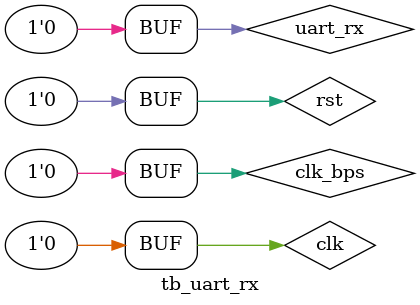
<source format=v>
`timescale 1ns / 1ps


module tb_uart_rx;

	// Inputs
	reg clk;
	reg rst;
	reg uart_rx;
	reg clk_bps;

	// Outputs
	wire bps_start;
	wire [7:0] rx_data;
	wire rx_rdy;

	// Instantiate the Unit Under Test (UUT)
	my_uart_rx uut (
		.clk(clk), 
		.rst(rst), 
		.uart_rx(uart_rx), 
		.clk_bps(clk_bps), 
		.bps_start(bps_start), 
		.rx_data(rx_data), 
		.rx_rdy(rx_rdy)
	);

	initial begin
		// Initialize Inputs
		clk = 0;
		rst = 0;
		uart_rx = 0;
		clk_bps = 0;

		// Wait 100 ns for global reset to finish
		#100;
        
		// Add stimulus here

	end
      
endmodule


</source>
